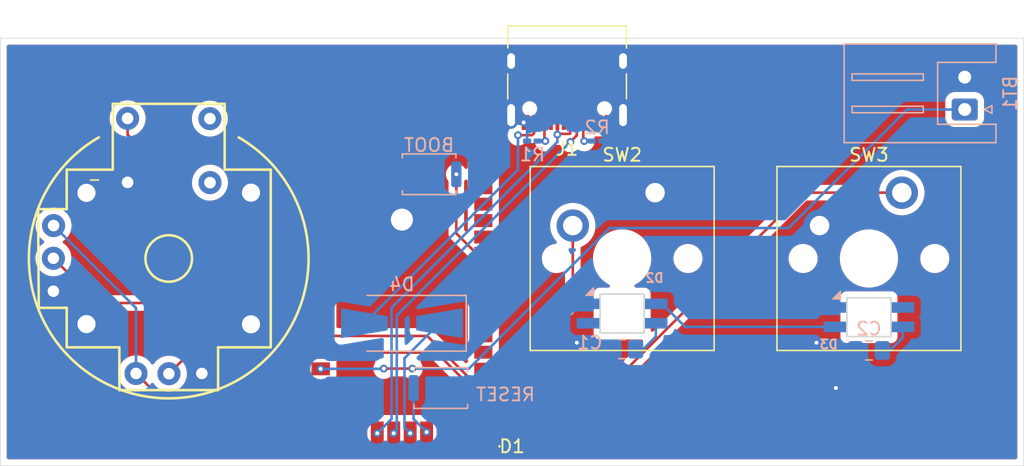
<source format=kicad_pcb>
(kicad_pcb (version 20241229) (generator "pcbnew") (generator_version "9.0")
  (layers (0 "F.Cu" signal) (2 "B.Cu" signal) (13 "F.Paste" user) (15 "B.Paste" user) (5 "F.SilkS" user "F.Silkscreen") (7 "B.SilkS" user "B.Silkscreen") (1 "F.Mask" user) (3 "B.Mask" user) (25 "Edge.Cuts" user))
  (net 0 "")
  (net 1 "VBUS")
  (net 2 "GND")
  (net 3 "D+")
  (net 4 "D-")
  (net 10 "VBAT")
  (net 16 "STAT")
  (net 17 "LED")
  (net 18 "3.3V")
  (net 21 "Net-(D2-DOUT)")
  (net 27 "Net-(U1-RESET)")
  (net 28 "DASH")
  (net 31 "USE")
  (net 33 "BOOT")
  (net 37 "DIR_H")
  (net 38 "DIR_V")
  (net 39 "SEL")
  (net 42 "/CC2")
  (net 43 "Net-(D4-A)")
  (net 44 "Net-(J1-CC1)")
  (footprint "footprints:PS4_joystick" (layer "F.Cu") (at 140 34)
    (property "Reference" "U2" (hide yes))
    (property "Value" "COM-09032" (hide yes))
    (fp_line (start -10.0838 -3.81) (end -7.874 -3.81) (stroke (width 0.2)) (layer "F.SilkS"))
    (fp_line (start -10.033 3.81) (end -10.0838 -3.81) (stroke (width 0.2)) (layer "F.SilkS"))
    (fp_line (start -7.878 -6.856034) (end -4.322 -6.856034) (stroke (width 0.2)) (layer "F.SilkS"))
    (fp_line (start -7.874 -3.81) (end -7.874 -6.858) (stroke (width 0.2)) (layer "F.SilkS"))
    (fp_line (start -7.874 3.81) (end -9.906 3.81) (stroke (width 0.2)) (layer "F.SilkS"))
    (fp_line (start -7.874 6.858) (end -7.874 3.81) (stroke (width 0.2)) (layer "F.SilkS"))
    (fp_line (start -6.035 -6.0548) (end -5.415 -6.0548) (stroke (width 0.127)) (layer "F.SilkS"))
    (fp_line (start -4.318 -11.938) (end -4.318 -6.858) (stroke (width 0.2)) (layer "F.SilkS"))
    (fp_line (start -4.318 -11.938) (end 4.318 -11.938) (stroke (width 0.2)) (layer "F.SilkS"))
    (fp_line (start -3.81 6.858) (end -7.874 6.858) (stroke (width 0.2)) (layer "F.SilkS"))
    (fp_line (start -3.81 10.16) (end -3.81 6.858) (stroke (width 0.2)) (layer "F.SilkS"))
    (fp_line (start 3.81 6.858) (end 3.81 10.16) (stroke (width 0.2)) (layer "F.SilkS"))
    (fp_line (start 3.81 10.16) (end -3.81 10.16) (stroke (width 0.2)) (layer "F.SilkS"))
    (fp_line (start 4.318 -11.938) (end 4.318 -6.858) (stroke (width 0.2)) (layer "F.SilkS"))
    (fp_line (start 4.318 -6.858) (end 7.874 -6.858) (stroke (width 0.2)) (layer "F.SilkS"))
    (fp_line (start 7.874 -6.858) (end 7.874 6.858) (stroke (width 0.2)) (layer "F.SilkS"))
    (fp_line (start 7.874 6.858) (end 3.81 6.858) (stroke (width 0.2)) (layer "F.SilkS"))
    (fp_arc (start 5.3975 -9.348749) (mid 0 10.794995) (end -5.3975 -9.348749) (stroke (width 0.2)) (layer "F.SilkS"))
    (fp_circle (center 0 0) (end 1.796034 0) (stroke (width 0.2)) (fill no) (layer "F.SilkS"))
    (pad "B1A" thru_hole circle (at -3.175 -10.8148) (size 1.778 1.778) (drill 0.9) (layers "*.Cu" "*.Mask") (net 39 "SEL"))
    (pad "B1B" thru_hole circle (at 3.175 -10.795) (size 1.778 1.778) (drill 0.9) (layers "*.Cu" "*.Mask"))
    (pad "B2A" thru_hole circle (at -3.175 -5.8748) (size 1.778 1.778) (drill 0.9) (layers "*.Cu" "*.Mask") (net 2 "GND"))
    (pad "B2B" thru_hole circle (at 3.185 -5.8548) (size 1.778 1.778) (drill 0.9) (layers "*.Cu" "*.Mask"))
    (pad "H1" thru_hole circle (at -2.525 8.8752) (size 1.778 1.778) (drill 0.889) (layers "*.Cu" "*.Mask") (net 18 "3.3V"))
    (pad "H2" thru_hole circle (at 0.015 8.8952) (size 1.778 1.778) (drill 0.889) (layers "*.Cu" "*.Mask") (net 37 "DIR_H"))
    (pad "H3" thru_hole circle (at 2.555 8.8752) (size 1.778 1.778) (drill 0.889) (layers "*.Cu" "*.Mask") (net 2 "GND"))
    (pad "S1" thru_hole circle (at -6.35 -5.0648) (size 2.286 2.286) (drill 1.397) (layers "*.Cu" "*.Mask") (net 2 "GND"))
    (pad "S2" thru_hole circle (at -6.35 5.0652) (size 2.286 2.286) (drill 1.397) (layers "*.Cu" "*.Mask") (net 2 "GND"))
    (pad "S3" thru_hole circle (at 6.35 5.08) (size 2.286 2.286) (drill 1.397) (layers "*.Cu" "*.Mask") (net 2 "GND"))
    (pad "S4" thru_hole circle (at 6.35 -5.08) (size 2.286 2.286) (drill 1.397) (layers "*.Cu" "*.Mask") (net 2 "GND"))
    (pad "V1" thru_hole circle (at -8.89 -2.54) (size 1.778 1.778) (drill 0.889) (layers "*.Cu" "*.Mask") (net 18 "3.3V"))
    (pad "V2" thru_hole circle (at -8.905 -0.0148) (size 1.778 1.778) (drill 0.889) (layers "*.Cu" "*.Mask") (net 38 "DIR_V"))
    (pad "V3" thru_hole circle (at -8.905 2.5252) (size 1.778 1.778) (drill 0.889) (layers "*.Cu" "*.Mask") (net 2 "GND"))
  )
  (footprint "footprints:SW_Cherry_MX_PCB_1.00u" (layer "F.Cu") (at 175 34)
    (property "Reference" "SW2" (at 0 -8 0) (layer "F.SilkS"))
    (property "Value" "SW_Push")
    (fp_line (start -7.1 -7.1) (end -7.1 7.1) (stroke (width 0.12)) (layer "F.SilkS"))
    (fp_line (start -7.1 7.1) (end 7.1 7.1) (stroke (width 0.12)) (layer "F.SilkS"))
    (fp_line (start 7.1 -7.1) (end -7.1 -7.1) (stroke (width 0.12)) (layer "F.SilkS"))
    (fp_line (start 7.1 7.1) (end 7.1 -7.1) (stroke (width 0.12)) (layer "F.SilkS"))
    (pad "" np_thru_hole circle (at -5.08 0) (size 1.75 1.75) (drill 1.75) (layers "*.Cu" "*.Mask"))
    (pad "" np_thru_hole circle (at 0 0) (size 4 4) (drill 4) (layers "*.Cu" "*.Mask"))
    (pad "" np_thru_hole circle (at 5.08 0) (size 1.75 1.75) (drill 1.75) (layers "*.Cu" "*.Mask"))
    (pad "1" thru_hole circle (at -3.81 -2.54) (size 2.5 2.5) (drill 1.5) (layers "*.Cu" "*.Mask") (net 28 "DASH"))
    (pad "2" thru_hole circle (at 2.54 -5.08) (size 2.5 2.5) (drill 1.5) (layers "*.Cu" "*.Mask") (net 2 "GND"))
  )
  (footprint "LED_SMD:LED_0201_0603Metric_Pad0.64x0.40mm_HandSolder" (layer "F.Cu") (at 164.5 48.5 180)
    (property "Reference" "D1" (at -2 0 0) (layer "F.SilkS"))
    (property "Value" "LED")
    (fp_circle (center -1.035 0) (end -0.985 0) (stroke (width 0.1)) (fill no) (layer "F.SilkS"))
    (pad "1" smd roundrect (at -0.4075 0 180) (size 0.635 0.4) (layers "F.Cu" "F.Mask") (net 2 "GND"))
    (pad "2" smd roundrect (at 0.4075 0 180) (size 0.635 0.4) (layers "F.Cu" "F.Mask") (net 16 "STAT"))
  )
  (footprint "NanoS3:NanoS3_HandSolder" (layer "F.Cu") (at 158 33.794 90)
    (property "Reference" "U1" (hide yes))
    (property "Value" "NanoS3" (hide yes))
    (pad "1" smd rect (at -13.6961 4.4468 90) (size 1.8178 1) (layers "F.Cu" "F.Mask") (net 16 "STAT"))
    (pad "2" smd rect (at -13.6961 3.1768 90) (size 1.8178 1) (layers "F.Cu" "F.Mask") (net 2 "GND"))
    (pad "2" thru_hole circle (at 2.794 0 180) (size 2.4 2.4) (drill 1.7) (layers "*.Cu" "*.Mask") (net 2 "GND"))
    (pad "2" smd custom (at 2.794 0 90) (size 2.870972 2.870972) (layers "F.Cu" "F.Mask") (net 2 "GND") (options (clearance outline) (anchor rect)) (primitives (gr_poly (pts (xy 1.645487 1.625487) (xy -1.694513 1.625487) (xy -1.694513 -1.174513) (xy -1.144513 -1.724513) (xy 1.645487 -1.724513)) (width 0.1) (fill yes)) (gr_poly (pts (xy -1.444513 -1.359513) (xy -1.438804 -1.388214) (xy -1.422546 -1.412546) (xy -1.398214 -1.428804) (xy -1.369513 -1.434513) (xy 1.480487 -1.434513) (xy 1.509188 -1.428804) (xy 1.53352 -1.412546) (xy 1.549778 -1.388214) (xy 1.555487 -1.359513) (xy 1.555487 1.490487) (xy 1.549778 1.519188) (xy 1.53352 1.54352) (xy 1.509188 1.559778) (xy 1.480487 1.565487) (xy -1.369513 1.565487) (xy -1.398214 1.559778) (xy -1.422546 1.54352) (xy -1.438804 1.519188) (xy -1.444513 1.490487)) (width 0) (fill yes))))
    (pad "3" smd rect (at -13.6961 1.9068 90) (size 1.8178 1) (layers "F.Cu" "F.Mask") (net 27 "Net-(U1-RESET)"))
    (pad "4" smd rect (at -13.6961 0.6368 90) (size 1.8178 1) (layers "F.Cu" "F.Mask") (net 1 "VBUS"))
    (pad "5" smd rect (at -13.6961 -0.6332 90) (size 1.8178 1) (layers "F.Cu" "F.Mask") (net 4 "D-"))
    (pad "6" smd rect (at -13.6961 -1.9032 90) (size 1.8178 1) (layers "F.Cu" "F.Mask") (net 3 "D+"))
    (pad "7" smd rect (at -13.6961 -3.1732 90) (size 1.8178 1) (layers "F.Cu" "F.Mask"))
    (pad "8" smd rect (at -13.6961 -4.4432 90) (size 1.8178 1) (layers "F.Cu" "F.Mask") (net 18 "3.3V"))
    (pad "9" smd rect (at -8.7233 -6.2716 90) (size 1 1.4268) (layers "F.Cu" "F.Mask") (net 10 "VBAT"))
    (pad "10" smd rect (at -7.46915 -6.2716 90) (size 0.9683 1.4268) (layers "F.Cu" "F.Mask") (net 31 "USE"))
    (pad "11" smd rect (at -6.1833 -6.2716 90) (size 1 1.4268) (layers "F.Cu" "F.Mask") (net 28 "DASH"))
    (pad "12" smd rect (at -4.9133 -6.2716 90) (size 1 1.4268) (layers "F.Cu" "F.Mask") (net 37 "DIR_H"))
    (pad "13" smd rect (at -3.6433 -6.2716 90) (size 1 1.4268) (layers "F.Cu" "F.Mask") (net 38 "DIR_V"))
    (pad "14" smd rect (at -2.3733 -6.2716 90) (size 1 1.4268) (layers "F.Cu" "F.Mask") (net 39 "SEL"))
    (pad "15" smd rect (at -1.1033 -6.2716 90) (size 1 1.4268) (layers "F.Cu" "F.Mask"))
    (pad "16" smd rect (at 0.1667 -6.2716 90) (size 1 1.4268) (layers "F.Cu" "F.Mask"))
    (pad "17" smd rect (at 1.4367 -6.2716 90) (size 1 1.4268) (layers "F.Cu" "F.Mask"))
    (pad "18" smd rect (at 2.7067 -6.2716 90) (size 1 1.4268) (layers "F.Cu" "F.Mask"))
    (pad "19" smd rect (at 3.9767 -6.2716 90) (size 1 1.4268) (layers "F.Cu" "F.Mask"))
    (pad "20" smd rect (at 5.2467 -6.2716 90) (size 1 1.4268) (layers "F.Cu" "F.Mask"))
    (pad "21" smd rect (at 6.5167 -6.2716 90) (size 1 1.4268) (layers "F.Cu" "F.Mask"))
    (pad "22" smd rect (at 7.7867 -6.2716 90) (size 1 1.4268) (layers "F.Cu" "F.Mask"))
    (pad "23" smd rect (at -8.7335 6.2834 90) (size 0.957 1.4032) (layers "F.Cu" "F.Mask"))
    (pad "24" smd rect (at -7.442 6.2834 90) (size 1 1.4032) (layers "F.Cu" "F.Mask"))
    (pad "25" smd rect (at -6.172 6.2834 90) (size 1 1.4032) (layers "F.Cu" "F.Mask"))
    (pad "26" smd rect (at -4.902 6.2834 90) (size 1 1.4032) (layers "F.Cu" "F.Mask"))
    (pad "27" smd rect (at -3.632 6.2834 90) (size 1 1.4032) (layers "F.Cu" "F.Mask"))
    (pad "28" smd rect (at -2.362 6.2834 90) (size 1 1.4032) (layers "F.Cu" "F.Mask"))
    (pad "29" smd rect (at -1.092 6.2834 90) (size 1 1.4032) (layers "F.Cu" "F.Mask"))
    (pad "30" smd rect (at 0.178 6.2834 90) (size 1 1.4032) (layers "F.Cu" "F.Mask") (net 33 "BOOT"))
    (pad "31" smd rect (at 1.448 6.2834 90) (size 1 1.4032) (layers "F.Cu" "F.Mask"))
    (pad "32" smd rect (at 2.718 6.2834 90) (size 1 1.4032) (layers "F.Cu" "F.Mask"))
    (pad "33" smd rect (at 3.988 6.2834 90) (size 1 1.4032) (layers "F.Cu" "F.Mask"))
    (pad "34" smd rect (at 5.258 6.2834 90) (size 1 1.4032) (layers "F.Cu" "F.Mask"))
    (pad "35" smd rect (at 6.528 6.2834 90) (size 1 1.4032) (layers "F.Cu" "F.Mask"))
    (pad "36" smd rect (at 7.798 6.2834 90) (size 1 1.4032) (layers "F.Cu" "F.Mask"))
  )
  (footprint "footprints:SW_Cherry_MX_PCB_1.00u" (layer "F.Cu") (at 194.05 34)
    (property "Reference" "SW3" (at 0 -8 0) (layer "F.SilkS"))
    (property "Value" "SW_Push")
    (fp_line (start -7.1 -7.1) (end -7.1 7.1) (stroke (width 0.12)) (layer "F.SilkS"))
    (fp_line (start -7.1 7.1) (end 7.1 7.1) (stroke (width 0.12)) (layer "F.SilkS"))
    (fp_line (start 7.1 -7.1) (end -7.1 -7.1) (stroke (width 0.12)) (layer "F.SilkS"))
    (fp_line (start 7.1 7.1) (end 7.1 -7.1) (stroke (width 0.12)) (layer "F.SilkS"))
    (pad "" np_thru_hole circle (at -5.08 0) (size 1.75 1.75) (drill 1.75) (layers "*.Cu" "*.Mask"))
    (pad "" np_thru_hole circle (at 0 0) (size 4 4) (drill 4) (layers "*.Cu" "*.Mask"))
    (pad "" np_thru_hole circle (at 5.08 0) (size 1.75 1.75) (drill 1.75) (layers "*.Cu" "*.Mask"))
    (pad "1" thru_hole circle (at -3.81 -2.54) (size 2.5 2.5) (drill 1.5) (layers "*.Cu" "*.Mask") (net 2 "GND"))
    (pad "2" thru_hole circle (at 2.54 -5.08) (size 2.5 2.5) (drill 1.5) (layers "*.Cu" "*.Mask") (net 31 "USE"))
  )
  (footprint "Connector_USB:USB_C_Receptacle_XKB_U262-16XN-4BVC11" (layer "F.Cu") (at 170.75 19.83 180)
    (property "Reference" "J1" (at 0 -5.715 0) (layer "F.SilkS"))
    (property "Value" "USB_C_Receptacle_USB2.0_16P")
    (fp_line (start 4.58 3.785) (end -4.58 3.785) (stroke (width 0.12)) (layer "F.SilkS"))
    (fp_line (start 4.58 2.08) (end 4.58 3.785) (stroke (width 0.12)) (layer "F.SilkS"))
    (fp_line (start 4.58 0.07) (end 4.58 -1.85) (stroke (width 0.12)) (layer "F.SilkS"))
    (fp_line (start -4.58 3.785) (end -4.58 2.08) (stroke (width 0.12)) (layer "F.SilkS"))
    (fp_line (start -4.58 -1.85) (end -4.58 0.07) (stroke (width 0.12)) (layer "F.SilkS"))
    (pad "" np_thru_hole circle (at -2.89 -2.605 180) (size 0.65 0.65) (drill 0.65) (layers "*.Cu" "*.Mask"))
    (pad "" np_thru_hole circle (at 2.89 -2.605 180) (size 0.65 0.65) (drill 0.65) (layers "*.Cu" "*.Mask"))
    (pad "A1" smd rect (at -3.35 -3.67 180) (size 0.3 1.15) (layers "F.Cu" "F.Mask" "F.Paste") (net 2 "GND"))
    (pad "A4" smd rect (at -2.55 -3.67 180) (size 0.3 1.15) (layers "F.Cu" "F.Mask" "F.Paste") (net 43 "Net-(D4-A)"))
    (pad "A5" smd rect (at -1.25 -3.67 180) (size 0.3 1.15) (layers "F.Cu" "F.Mask" "F.Paste") (net 44 "Net-(J1-CC1)"))
    (pad "A6" smd rect (at -0.25 -3.67 180) (size 0.3 1.15) (layers "F.Cu" "F.Mask" "F.Paste") (net 3 "D+"))
    (pad "A7" smd rect (at 0.25 -3.67 180) (size 0.3 1.15) (layers "F.Cu" "F.Mask" "F.Paste") (net 4 "D-"))
    (pad "A8" smd rect (at 1.25 -3.67 180) (size 0.3 1.15) (layers "F.Cu" "F.Mask" "F.Paste"))
    (pad "A9" smd rect (at 2.55 -3.67 180) (size 0.3 1.15) (layers "F.Cu" "F.Mask" "F.Paste") (net 43 "Net-(D4-A)"))
    (pad "A12" smd rect (at 3.35 -3.67 180) (size 0.3 1.15) (layers "F.Cu" "F.Mask" "F.Paste") (net 2 "GND"))
    (pad "B1" smd rect (at 3.05 -3.67 180) (size 0.3 1.15) (layers "F.Cu" "F.Mask" "F.Paste") (net 2 "GND"))
    (pad "B4" smd rect (at 2.25 -3.67 180) (size 0.3 1.15) (layers "F.Cu" "F.Mask" "F.Paste") (net 43 "Net-(D4-A)"))
    (pad "B5" smd rect (at 1.75 -3.67 180) (size 0.3 1.15) (layers "F.Cu" "F.Mask" "F.Paste") (net 42 "/CC2"))
    (pad "B6" smd rect (at 0.75 -3.67 180) (size 0.3 1.15) (layers "F.Cu" "F.Mask" "F.Paste") (net 3 "D+"))
    (pad "B7" smd rect (at -0.75 -3.67 180) (size 0.3 1.15) (layers "F.Cu" "F.Mask" "F.Paste") (net 4 "D-"))
    (pad "B8" smd rect (at -1.75 -3.67 180) (size 0.3 1.15) (layers "F.Cu" "F.Mask" "F.Paste"))
    (pad "B9" smd rect (at -2.25 -3.67 180) (size 0.3 1.15) (layers "F.Cu" "F.Mask" "F.Paste") (net 43 "Net-(D4-A)"))
    (pad "B12" smd rect (at -3.05 -3.67 180) (size 0.3 1.15) (layers "F.Cu" "F.Mask" "F.Paste") (net 2 "GND"))
    (pad "S1" thru_hole oval (at -4.32 -3.105 180) (size 1 2.1) (drill oval 0.6 1.7) (property pad_prop_heatsink) (layers "*.Cu" "*.Mask") (net 2 "GND"))
    (pad "S1" thru_hole oval (at -4.32 1.075 180) (size 1 1.6) (drill oval 0.6 1.2) (property pad_prop_heatsink) (layers "*.Cu" "*.Mask") (net 2 "GND"))
    (pad "S1" thru_hole oval (at 4.32 -3.105 180) (size 1 2.1) (drill oval 0.6 1.7) (property pad_prop_heatsink) (layers "*.Cu" "*.Mask") (net 2 "GND"))
    (pad "S1" thru_hole oval (at 4.32 1.075 180) (size 1 1.6) (drill oval 0.6 1.2) (property pad_prop_heatsink) (layers "*.Cu" "*.Mask") (net 2 "GND"))
  )
  (footprint "Diode_SMD:D_SMA-SMB_Universal_Handsoldering" (layer "B.Cu") (at 158 39 180)
    (property "Reference" "D4" (at 0 3 0) (layer "B.SilkS") (effects (justify mirror)))
    (property "Value" "D_Shockley")
    (fp_line (start -4.96 2.15) (end 2.7 2.15) (stroke (width 0.12)) (layer "B.SilkS"))
    (fp_line (start -4.96 2.15) (end -4.96 -2.15) (stroke (width 0.12)) (layer "B.SilkS"))
    (fp_line (start -4.96 -2.15) (end 2.7 -2.15) (stroke (width 0.12)) (layer "B.SilkS"))
    (pad "1" smd trapezoid (at -2.9 0 180) (size 3.6 1.7) (rect_delta 0.6 0) (layers "B.Cu" "B.Mask" "B.Paste") (net 1 "VBUS"))
    (pad "2" smd trapezoid (at 2.9 0) (size 3.6 1.7) (rect_delta 0.6 0) (layers "B.Cu" "B.Mask" "B.Paste") (net 43 "Net-(D4-A)"))
  )
  (footprint "Resistor_SMD:R_0201_0603Metric_Pad0.64x0.40mm_HandSolder" (layer "B.Cu") (at 168.07 24.935)
    (property "Reference" "R1" (at 0 1.05 0) (layer "B.SilkS") (effects (justify mirror)))
    (property "Value" "R5.1kΩ")
    (pad "1" smd roundrect (at -0.4075 0) (size 0.635 0.4) (layers "B.Cu" "B.Mask") (net 2 "GND"))
    (pad "2" smd roundrect (at 0.4075 0) (size 0.635 0.4) (layers "B.Cu" "B.Mask") (net 42 "/CC2"))
  )
  (footprint "Button_Switch_SMD:SW_Push_SPST_NO_Alps_SKRK" (layer "B.Cu") (at 160.1 27.5 180)
    (property "Reference" "BOOT" (at 0 2.25 0) (layer "B.SilkS") (effects (justify mirror)))
    (property "Value" "SW_Push")
    (fp_line (start 2.07 1.57) (end 2.07 1.27) (stroke (width 0.12)) (layer "B.SilkS"))
    (fp_line (start 2.07 -1.27) (end 2.07 -1.57) (stroke (width 0.12)) (layer "B.SilkS"))
    (fp_line (start 2.07 -1.57) (end -2.07 -1.57) (stroke (width 0.12)) (layer "B.SilkS"))
    (fp_line (start -2.07 1.57) (end 2.07 1.57) (stroke (width 0.12)) (layer "B.SilkS"))
    (fp_line (start -2.07 1.27) (end -2.07 1.57) (stroke (width 0.12)) (layer "B.SilkS"))
    (fp_line (start -2.07 -1.57) (end -2.07 -1.27) (stroke (width 0.12)) (layer "B.SilkS"))
    (pad "1" smd roundrect (at -2.1 0 180) (size 0.8 2) (layers "B.Cu" "B.Mask" "B.Paste") (net 33 "BOOT"))
    (pad "2" smd roundrect (at 2.1 0 180) (size 0.8 2) (layers "B.Cu" "B.Mask" "B.Paste") (net 2 "GND"))
  )
  (footprint "Connector_JST:JST_XH_S2B-XH-A_1x02_P2.50mm_Horizontal" (layer "B.Cu") (at 201.445 22.5 90)
    (property "Reference" "BT1" (at 1.25 3.51 90) (layer "B.SilkS") (effects (justify mirror)))
    (property "Value" "Battery")
    (fp_line (start 5.06 -9.31) (end 5.06 2.41) (stroke (width 0.12)) (layer "B.SilkS"))
    (fp_line (start 1.25 -9.31) (end 5.06 -9.31) (stroke (width 0.12)) (layer "B.SilkS"))
    (fp_line (start 1.25 -9.31) (end -2.56 -9.31) (stroke (width 0.12)) (layer "B.SilkS"))
    (fp_line (start -2.56 -9.31) (end -2.56 2.41) (stroke (width 0.12)) (layer "B.SilkS"))
    (fp_line (start 2.75 -8.7) (end 2.75 -3.2) (stroke (width 0.12)) (layer "B.SilkS"))
    (fp_line (start 2.25 -8.7) (end 2.75 -8.7) (stroke (width 0.12)) (layer "B.SilkS"))
    (fp_line (start 0.25 -8.7) (end 0.25 -3.2) (stroke (width 0.12)) (layer "B.SilkS"))
    (fp_line (start -0.25 -8.7) (end 0.25 -8.7) (stroke (width 0.12)) (layer "B.SilkS"))
    (fp_line (start 2.75 -3.2) (end 2.25 -3.2) (stroke (width 0.12)) (layer "B.SilkS"))
    (fp_line (start 2.25 -3.2) (end 2.25 -8.7) (stroke (width 0.12)) (layer "B.SilkS"))
    (fp_line (start 0.25 -3.2) (end -0.25 -3.2) (stroke (width 0.12)) (layer "B.SilkS"))
    (fp_line (start -0.25 -3.2) (end -0.25 -8.7) (stroke (width 0.12)) (layer "B.SilkS"))
    (fp_line (start 3.64 -2.09) (end 1.25 -2.09) (stroke (width 0.12)) (layer "B.SilkS"))
    (fp_line (start -1.14 -2.09) (end 1.25 -2.09) (stroke (width 0.12)) (layer "B.SilkS"))
    (fp_line (start 0 1.5) (end -0.3 2.1) (stroke (width 0.12)) (layer "B.SilkS"))
    (fp_line (start 0.3 2.1) (end 0 1.5) (stroke (width 0.12)) (layer "B.SilkS"))
    (fp_line (start -0.3 2.1) (end 0.3 2.1) (stroke (width 0.12)) (layer "B.SilkS"))
    (fp_line (start 5.06 2.41) (end 3.64 2.41) (stroke (width 0.12)) (layer "B.SilkS"))
    (fp_line (start 3.64 2.41) (end 3.64 -2.09) (stroke (width 0.12)) (layer "B.SilkS"))
    (fp_line (start -1.14 2.41) (end -1.14 -2.09) (stroke (width 0.12)) (layer "B.SilkS"))
    (fp_line (start -2.56 2.41) (end -1.14 2.41) (stroke (width 0.12)) (layer "B.SilkS"))
    (pad "1" thru_hole roundrect (at 0 0 90) (size 1.7 2) (drill 1) (layers "*.Cu" "*.Mask") (roundrect_rratio 0.147059) (net 10 "VBAT"))
    (pad "2" thru_hole oval (at 2.5 0 90) (size 1.7 2) (drill 1) (layers "*.Cu" "*.Mask") (net 2 "GND"))
  )
  (footprint "footprints:SK6812MINI-E" (layer "B.Cu") (at 194.05 38.53 180)
    (property "Reference" "D3" (at 3.1 -2.1 0) (layer "B.SilkS") (effects (font (size 0.7 0.7)) (justify mirror)))
    (property "Value" "SK6812MINI" (hide yes))
    (fp_poly (pts (xy 2.8 1.4) (xy 2.2 1.4) (xy 2.2 2)) (stroke (width 0.1)) (fill yes) (layer "B.SilkS"))
    (fp_line (start 1.7 1.5) (end 1.7 -1.5) (stroke (width 0.12)) (layer "Edge.Cuts"))
    (fp_line (start 1.7 -1.5) (end -1.7 -1.5) (stroke (width 0.12)) (layer "Edge.Cuts"))
    (fp_line (start -1.7 1.5) (end 1.7 1.5) (stroke (width 0.12)) (layer "Edge.Cuts"))
    (fp_line (start -1.7 -1.5) (end -1.7 1.5) (stroke (width 0.12)) (layer "Edge.Cuts"))
    (pad "1" smd rect (at -2.6 0.75 180) (size 1.8 0.82) (layers "B.Cu" "B.Mask" "B.Paste"))
    (pad "2" smd roundrect (at 2.6 0.75 180) (size 1.8 0.82) (layers "B.Cu" "B.Mask" "B.Paste") (roundrect_rratio 0) (chamfer_ratio 0.2) (chamfer bottom_right) (net 2 "GND"))
    (pad "3" smd rect (at 2.6 -0.75 180) (size 1.8 0.82) (layers "B.Cu" "B.Mask" "B.Paste") (net 21 "Net-(D2-DOUT)"))
    (pad "4" smd rect (at -2.6 -0.75 180) (size 1.8 0.82) (layers "B.Cu" "B.Mask" "B.Paste") (net 1 "VBUS"))
  )
  (footprint "Button_Switch_SMD:SW_Push_SPST_NO_Alps_SKRK" (layer "B.Cu") (at 161 44)
    (property "Reference" "RESET" (at 5 0.5 0) (layer "B.SilkS") (effects (justify mirror)))
    (property "Value" "SW_Push")
    (fp_line (start -2.07 -1.57) (end -2.07 -1.27) (stroke (width 0.12)) (layer "B.SilkS"))
    (fp_line (start -2.07 1.27) (end -2.07 1.57) (stroke (width 0.12)) (layer "B.SilkS"))
    (fp_line (start -2.07 1.57) (end 2.07 1.57) (stroke (width 0.12)) (layer "B.SilkS"))
    (fp_line (start 2.07 -1.57) (end -2.07 -1.57) (stroke (width 0.12)) (layer "B.SilkS"))
    (fp_line (start 2.07 -1.27) (end 2.07 -1.57) (stroke (width 0.12)) (layer "B.SilkS"))
    (fp_line (start 2.07 1.57) (end 2.07 1.27) (stroke (width 0.12)) (layer "B.SilkS"))
    (pad "1" smd roundrect (at -2.1 0) (size 0.8 2) (layers "B.Cu" "B.Mask" "B.Paste") (net 27 "Net-(U1-RESET)"))
    (pad "2" smd roundrect (at 2.1 0) (size 0.8 2) (layers "B.Cu" "B.Mask" "B.Paste") (net 2 "GND"))
  )
  (footprint "Capacitor_SMD:C_0805_2012Metric_Pad1.18x1.45mm_HandSolder" (layer "B.Cu") (at 194.05 41.1 180)
    (property "Reference" "C2" (at 0 1.68 0) (layer "B.SilkS") (effects (justify mirror)))
    (property "Value" "C")
    (fp_line (start -0.261252 0.735) (end 0.261252 0.735) (stroke (width 0.12)) (layer "B.SilkS"))
    (fp_line (start -0.261252 -0.735) (end 0.261252 -0.735) (stroke (width 0.12)) (layer "B.SilkS"))
    (pad "1" smd roundrect (at -1.0375 0 180) (size 1.175 1.45) (layers "B.Cu" "B.Mask" "B.Paste") (roundrect_rratio 0.212766) (net 1 "VBUS"))
    (pad "2" smd roundrect (at 1.0375 0 180) (size 1.175 1.45) (layers "B.Cu" "B.Mask" "B.Paste") (roundrect_rratio 0.212766) (net 2 "GND"))
  )
  (footprint "Capacitor_SMD:C_0805_2012Metric_Pad1.18x1.45mm_HandSolder" (layer "B.Cu") (at 175 41 180)
    (property "Reference" "C1" (at 2.5 0.5 0) (layer "B.SilkS") (effects (justify mirror)))
    (property "Value" "C")
    (fp_line (start -0.261252 0.735) (end 0.261252 0.735) (stroke (width 0.12)) (layer "B.SilkS"))
    (fp_line (start -0.261252 -0.735) (end 0.261252 -0.735) (stroke (width 0.12)) (layer "B.SilkS"))
    (pad "1" smd roundrect (at -1.0375 0 180) (size 1.175 1.45) (layers "B.Cu" "B.Mask" "B.Paste") (roundrect_rratio 0.212766) (net 1 "VBUS"))
    (pad "2" smd roundrect (at 1.0375 0 180) (size 1.175 1.45) (layers "B.Cu" "B.Mask" "B.Paste") (roundrect_rratio 0.212766) (net 2 "GND"))
  )
  (footprint "Resistor_SMD:R_0201_0603Metric_Pad0.64x0.40mm_HandSolder" (layer "B.Cu") (at 173.07 24.935 180)
    (property "Reference" "R2" (at 0 1.05 0) (layer "B.SilkS") (effects (justify mirror)))
    (property "Value" "R5.1kΩ")
    (pad "1" smd roundrect (at -0.4075 0 180) (size 0.635 0.4) (layers "B.Cu" "B.Mask") (net 2 "GND"))
    (pad "2" smd roundrect (at 0.4075 0 180) (size 0.635 0.4) (layers "B.Cu" "B.Mask") (net 44 "Net-(J1-CC1)"))
  )
  (footprint "footprints:SK6812MINI-E" (layer "B.Cu") (at 175 38.25 180)
    (property "Reference" "D2" (at -2.5 2.75 0) (layer "B.SilkS") (effects (font (size 0.7 0.7)) (justify mirror)))
    (property "Value" "SK6812MINI" (hide yes))
    (fp_poly (pts (xy 2.8 1.4) (xy 2.2 1.4) (xy 2.2 2)) (stroke (width 0.1)) (fill yes) (layer "B.SilkS"))
    (fp_line (start 1.7 1.5) (end 1.7 -1.5) (stroke (width 0.12)) (layer "Edge.Cuts"))
    (fp_line (start 1.7 -1.5) (end -1.7 -1.5) (stroke (width 0.12)) (layer "Edge.Cuts"))
    (fp_line (start -1.7 1.5) (end 1.7 1.5) (stroke (width 0.12)) (layer "Edge.Cuts"))
    (fp_line (start -1.7 -1.5) (end -1.7 1.5) (stroke (width 0.12)) (layer "Edge.Cuts"))
    (pad "1" smd rect (at -2.6 0.75 180) (size 1.8 0.82) (layers "B.Cu" "B.Mask" "B.Paste") (net 21 "Net-(D2-DOUT)"))
    (pad "2" smd roundrect (at 2.6 0.75 180) (size 1.8 0.82) (layers "B.Cu" "B.Mask" "B.Paste") (roundrect_rratio 0) (chamfer_ratio 0.2) (chamfer bottom_right) (net 2 "GND"))
    (pad "3" smd rect (at 2.6 -0.75 180) (size 1.8 0.82) (layers "B.Cu" "B.Mask" "B.Paste") (net 17 "LED"))
    (pad "4" smd rect (at -2.6 -0.75 180) (size 1.8 0.82) (layers "B.Cu" "B.Mask" "B.Paste") (net 1 "VBUS"))
  )
  (gr_rect (start 127 17) (end 206 50) (stroke (width 0.05)) (fill no) (layer "Edge.Cuts"))
  (via (at 158.6368 47.4901) (size 0.6) (drill 0.3) (layers "F.Cu" "B.Cu") (net 1))
  (segment (start 160.9 39) (end 158.199 41.701) (width 0.2) (layer "B.Cu") (net 1))
  (segment (start 158.199 41.701) (end 158.199 47.0523) (width 0.2) (layer "B.Cu") (net 1))
  (segment (start 195.675 41.1) (end 196.65 40.125) (width 0.2) (layer "B.Cu") (net 1))
  (segment (start 176.625 41) (end 177.6 40.025) (width 0.2) (layer "B.Cu") (net 1))
  (segment (start 195.0875 41.1) (end 195.675 41.1) (width 0.2) (layer "B.Cu") (net 1))
  (segment (start 196.65 40.125) (end 196.65 39.28) (width 0.2) (layer "B.Cu") (net 1))
  (segment (start 158.199 47.0523) (end 158.6368 47.4901) (width 0.2) (layer "B.Cu") (net 1))
  (segment (start 177.6 40.025) (end 177.6 39) (width 0.2) (layer "B.Cu") (net 1))
  (segment (start 176.0375 41) (end 176.625 41) (width 0.2) (layer "B.Cu") (net 1))
  (via (at 167.4 23.5) (size 0.6) (drill 0.3) (layers "F.Cu" "B.Cu") (net 2))
  (via (at 190 40.5) (size 0.6) (drill 0.3) (layers "F.Cu" "B.Cu") (net 2))
  (via (at 171.5 40.5) (size 0.6) (drill 0.3) (layers "F.Cu" "B.Cu") (net 2))
  (via (at 191.5 44) (size 0.6) (drill 0.3) (layers "F.Cu" "B.Cu") (net 2))
  (segment (start 167.6625 23.7625) (end 167.6625 24.935) (width 0.2) (layer "B.Cu") (net 2))
  (segment (start 167.4 23.5) (end 167.6625 23.7625) (width 0.2) (layer "B.Cu") (net 2))
  (segment (start 170 24.432072) (end 169.999935 24.432137) (width 0.2) (layer "F.Cu") (net 3))
  (segment (start 170 24.327) (end 170.049 24.376) (width 0.2) (layer "F.Cu") (net 3))
  (segment (start 170.049 24.376) (end 170.951 24.376) (width 0.2) (layer "F.Cu") (net 3))
  (segment (start 170.951 24.376) (end 171 24.327) (width 0.2) (layer "F.Cu") (net 3))
  (segment (start 170 24.327) (end 170 24.432072) (width 0.2) (layer "F.Cu") (net 3))
  (segment (start 171 24.327) (end 171 23.5) (width 0.2) (layer "F.Cu") (net 3))
  (segment (start 170 23.5) (end 170 24.327) (width 0.2) (layer "F.Cu") (net 3))
  (via (at 156.0968 47.4901) (size 0.6) (drill 0.3) (layers "F.Cu" "B.Cu") (net 3))
  (via (at 169.999935 24.432137) (size 0.6) (drill 0.3) (layers "F.Cu" "B.Cu") (net 3))
  (segment (start 157.201 46.3859) (end 156.0968 47.4901) (width 0.2) (layer "B.Cu") (net 3))
  (segment (start 169.999935 24.432137) (end 169.999935 25.000065) (width 0.2) (layer "B.Cu") (net 3))
  (segment (start 169.999935 25.000065) (end 157.201 37.799) (width 0.2) (layer "B.Cu") (net 3))
  (segment (start 157.201 37.799) (end 157.201 46.3859) (width 0.2) (layer "B.Cu") (net 3))
  (segment (start 171.451 22.624) (end 171.5 22.673) (width 0.2) (layer "F.Cu") (net 4))
  (segment (start 157.3668 47.4482) (end 157.5 47.315) (width 0.2) (layer "F.Cu") (net 4))
  (segment (start 170.549 22.624) (end 171.451 22.624) (width 0.2) (layer "F.Cu") (net 4))
  (segment (start 171.5 24.5) (end 171 25) (width 0.2) (layer "F.Cu") (net 4))
  (segment (start 170.5 23.5) (end 170.5 22.673) (width 0.2) (layer "F.Cu") (net 4))
  (segment (start 171.5 22.673) (end 171.5 23.5) (width 0.2) (layer "F.Cu") (net 4))
  (segment (start 170.5 22.673) (end 170.549 22.624) (width 0.2) (layer "F.Cu") (net 4))
  (segment (start 157.3668 47.4901) (end 157.3668 47.4482) (width 0.2) (layer "F.Cu") (net 4))
  (segment (start 157.5 47.315) (end 157.335 47.15) (width 0.2) (layer "F.Cu") (net 4))
  (segment (start 171.5 23.5) (end 171.5 24.5) (width 0.2) (layer "F.Cu") (net 4))
  (via (at 157.3668 47.4901) (size 0.6) (drill 0.3) (layers "F.Cu" "B.Cu") (net 4))
  (via (at 171 25) (size 0.6) (drill 0.3) (layers "F.Cu" "B.Cu") (net 4))
  (segment (start 171 25) (end 157.602 38.398) (width 0.2) (layer "B.Cu") (net 4))
  (segment (start 157.602 38.398) (end 157.602 47.2549) (width 0.2) (layer "B.Cu") (net 4))
  (segment (start 157.602 47.2549) (end 157.3668 47.4901) (width 0.2) (layer "B.Cu") (net 4))
  (segment (start 156.601 42.5) (end 158.799 42.5) (width 0.2) (layer "F.Cu") (net 10))
  (via (at 158.799 42.5) (size 0.6) (drill 0.3) (layers "F.Cu" "B.Cu") (net 10))
  (via (at 151.7284 42.5173) (size 0.6) (drill 0.3) (layers "F.Cu" "B.Cu") (net 10))
  (via (at 156.601 42.5) (size 0.6) (drill 0.3) (layers "F.Cu" "B.Cu") (net 10))
  (segment (start 174.026184 31.649) (end 187.851 31.649) (width 0.2) (layer "B.Cu") (net 10))
  (segment (start 197 22.5) (end 201.445 22.5) (width 0.2) (layer "B.Cu") (net 10))
  (segment (start 151.7284 42.5173) (end 156.5837 42.5173) (width 0.2) (layer "B.Cu") (net 10))
  (segment (start 156.5837 42.5173) (end 156.601 42.5) (width 0.2) (layer "B.Cu") (net 10))
  (segment (start 163.175184 42.5) (end 174.026184 31.649) (width 0.2) (layer "B.Cu") (net 10))
  (segment (start 187.851 31.649) (end 197 22.5) (width 0.2) (layer "B.Cu") (net 10))
  (segment (start 158.799 42.5) (end 163.175184 42.5) (width 0.2) (layer "B.Cu") (net 10))
  (segment (start 164.0925 48.5) (end 163.4567 48.5) (width 0.2) (layer "F.Cu") (net 16))
  (segment (start 163.4567 48.5) (end 162.4468 47.4901) (width 0.2) (layer "F.Cu") (net 16))
  (segment (start 153.5568 47.4901) (end 142.0899 47.4901) (width 0.2) (layer "F.Cu") (net 18))
  (segment (start 142.0899 47.4901) (end 137.475 42.8752) (width 0.2) (layer "F.Cu") (net 18))
  (segment (start 137.475 37.825) (end 131.11 31.46) (width 0.2) (layer "B.Cu") (net 18))
  (segment (start 137.475 42.8752) (end 137.475 37.825) (width 0.2) (layer "B.Cu") (net 18))
  (segment (start 179.87 39.28) (end 191.45 39.28) (width 0.2) (layer "B.Cu") (net 21))
  (segment (start 177.6 37.5) (end 178.09 37.5) (width 0.2) (layer "B.Cu") (net 21))
  (segment (start 178.09 37.5) (end 179.87 39.28) (width 0.2) (layer "B.Cu") (net 21))
  (via (at 159.9068 47.4) (size 0.6) (drill 0.3) (layers "F.Cu" "B.Cu") (net 27))
  (segment (start 158.9 44) (end 158.9 46.3932) (width 0.2) (layer "B.Cu") (net 27))
  (segment (start 158.9 46.3932) (end 159.9068 47.4) (width 0.2) (layer "B.Cu") (net 27))
  (segment (start 159.9511 39.9773) (end 163.2808 43.307) (width 0.2) (layer "F.Cu") (net 28))
  (segment (start 163.2808 43.307) (end 165.286 43.307) (width 0.2) (layer "F.Cu") (net 28))
  (segment (start 165.286 43.307) (end 171.19 37.403) (width 0.2) (layer "F.Cu") (net 28))
  (segment (start 151.7284 39.9773) (end 159.9511 39.9773) (width 0.2) (layer "F.Cu") (net 28))
  (segment (start 171.19 37.403) (end 171.19 31.46) (width 0.2) (layer "F.Cu") (net 28))
  (segment (start 160.66985 41.26315) (end 163.1147 43.708) (width 0.2) (layer "F.Cu") (net 31))
  (segment (start 163.1147 43.708) (end 174.179443 43.708) (width 0.2) (layer "F.Cu") (net 31))
  (segment (start 151.7284 41.26315) (end 160.66985 41.26315) (width 0.2) (layer "F.Cu") (net 31))
  (segment (start 174.179443 43.708) (end 188.967443 28.92) (width 0.2) (layer "F.Cu") (net 31))
  (segment (start 188.967443 28.92) (end 196.59 28.92) (width 0.2) (layer "F.Cu") (net 31))
  (segment (start 163.7498 33.616) (end 164.2834 33.616) (width 0.2) (layer "F.Cu") (net 33))
  (segment (start 162.2 27.5) (end 162.2 32.0662) (width 0.2) (layer "F.Cu") (net 33))
  (segment (start 162.2 32.0662) (end 163.7498 33.616) (width 0.2) (layer "F.Cu") (net 33))
  (via (at 162.2 27.5) (size 0.6) (drill 0.3) (layers "F.Cu" "B.Cu") (net 33))
  (segment (start 141.225 41.6852) (end 147.8371 41.6852) (width 0.2) (layer "F.Cu") (net 37))
  (segment (start 147.8371 41.6852) (end 150.815 38.7073) (width 0.2) (layer "F.Cu") (net 37))
  (segment (start 150.815 38.7073) (end 151.7284 38.7073) (width 0.2) (layer "F.Cu") (net 37))
  (segment (start 140.015 42.8952) (end 141.225 41.6852) (width 0.2) (layer "F.Cu") (net 37))
  (segment (start 134.5471 37.4373) (end 151.7284 37.4373) (width 0.2) (layer "F.Cu") (net 38))
  (segment (start 131.095 33.9852) (end 134.5471 37.4373) (width 0.2) (layer "F.Cu") (net 38))
  (segment (start 136.825 23.1852) (end 136.825 24.442435) (width 0.2) (layer "F.Cu") (net 39))
  (segment (start 148.549865 36.1673) (end 151.7284 36.1673) (width 0.2) (layer "F.Cu") (net 39))
  (segment (start 136.825 24.442435) (end 148.549865 36.1673) (width 0.2) (layer "F.Cu") (net 39))
  (segment (start 169 24.865) (end 169 23.5) (width 0.2) (layer "F.Cu") (net 42))
  (segment (start 169.07 24.935) (end 169 24.865) (width 0.2) (layer "F.Cu") (net 42))
  (via (at 169.07 24.935) (size 0.6) (drill 0.3) (layers "F.Cu" "B.Cu") (net 42))
  (segment (start 168.4775 24.935) (end 169.07 24.935) (width 0.2) (layer "B.Cu") (net 42))
  (segment (start 173 23.5) (end 173 22.673) (width 0.2) (layer "F.Cu") (net 43))
  (segment (start 168.5 22.751008) (end 168.5 23.5) (width 0.2) (layer "F.Cu") (net 43))
  (segment (start 168.045223 24.481777) (end 166.959252 24.481777) (width 0.2) (layer "F.Cu") (net 43))
  (segment (start 168.2 23.5) (end 168.2 24.327) (width 0.2) (layer "F.Cu") (net 43))
  (segment (start 173 22.673) (end 172.55 22.223) (width 0.2) (layer "F.Cu") (net 43))
  (segment (start 168.5 23.5) (end 168.2 23.5) (width 0.2) (layer "F.Cu") (net 43))
  (segment (start 172.55 22.223) (end 169.028008 22.223) (width 0.2) (layer "F.Cu") (net 43))
  (segment (start 168.2 24.327) (end 168.045223 24.481777) (width 0.2) (layer "F.Cu") (net 43))
  (segment (start 169.028008 22.223) (end 168.5 22.751008) (width 0.2) (layer "F.Cu") (net 43))
  (via (at 166.959252 24.481777) (size 0.6) (drill 0.3) (layers "F.Cu" "B.Cu") (net 43))
  (segment (start 166.959252 27.140748) (end 155.1 39) (width 0.2) (layer "B.Cu") (net 43))
  (segment (start 166.959252 24.481777) (end 166.959252 27.140748) (width 0.2) (layer "B.Cu") (net 43))
  (segment (start 172 24.865) (end 172 23.5) (width 0.2) (layer "F.Cu") (net 44))
  (segment (start 172.07 24.935) (end 172 24.865) (width 0.2) (layer "F.Cu") (net 44))
  (via (at 172.07 24.935) (size 0.6) (drill 0.3) (layers "F.Cu" "B.Cu") (net 44))
  (segment (start 172.6625 24.935) (end 172.07 24.935) (width 0.2) (layer "B.Cu") (net 44))
  (zone (net 2) (net_name "GND") (layers "F.Cu" "B.Cu") (connect_pads yes (clearance 0.5)) (min_thickness 0.25) (fill yes (thermal_gap 0.5) (thermal_bridge_width 0.5) (island_removal_mode 1) (island_area_min 10))
    (polygon (pts (xy 127 17) (xy 206 17) (xy 206 50) (xy 127 50)))
  )
)
</source>
